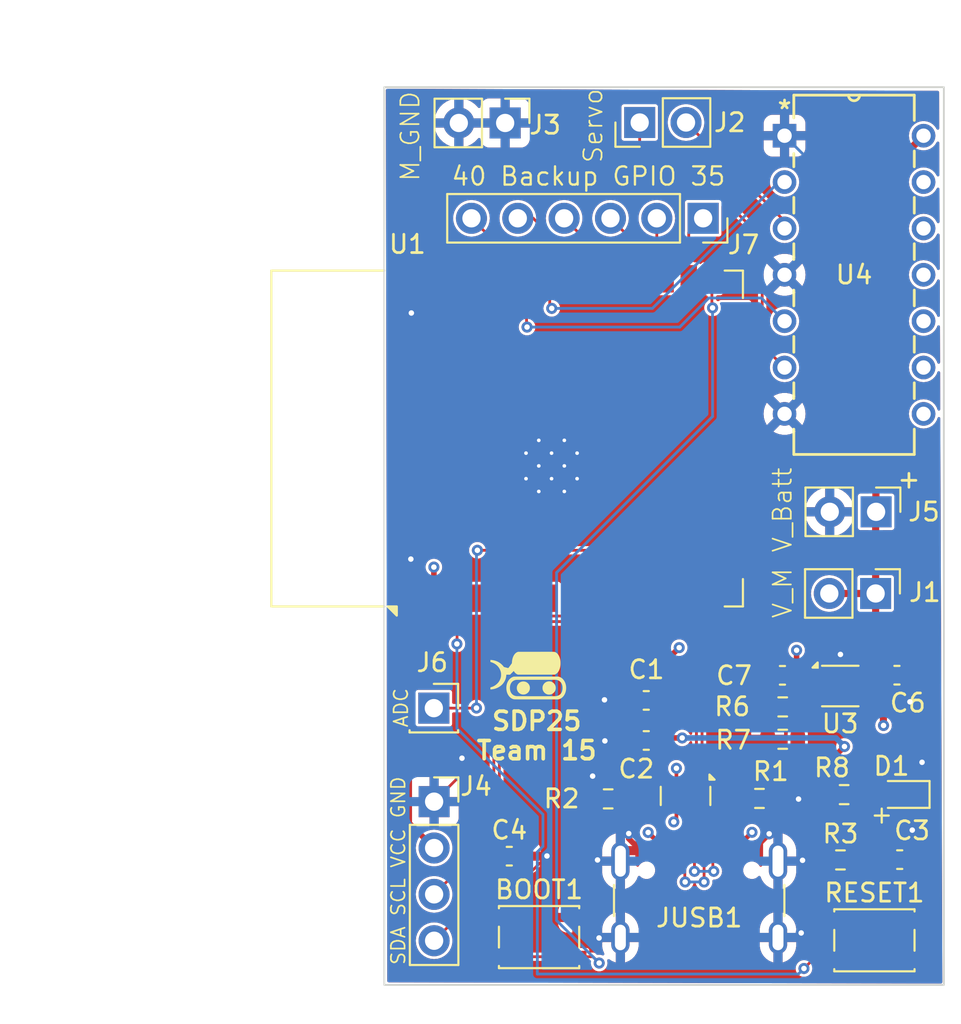
<source format=kicad_pcb>
(kicad_pcb (version 20240108) (generator "pcbnew") (generator_version "8.0")
  (layers (0 "F.Cu" signal "L1.Cu") (1 "In1.Cu" signal "L2.Cu") (2 "In2.Cu" signal "L3.Cu") (31 "B.Cu" signal "L4.Cu") (34 "B.Paste" user) (35 "F.Paste" user) (36 "B.SilkS" user "B.Silkscreen") (37 "F.SilkS" user "F.Silkscreen") (38 "B.Mask" user) (39 "F.Mask" user) (44 "Edge.Cuts" user))
  (net 0 "")
  (net 1 "GND")
  (net 2 "/3.3V")
  (net 3 "/ESP32_EN")
  (net 4 "/5VBattery")
  (net 5 "Net-(D1-A)")
  (net 7 "/USB_P")
  (net 8 "Net-(JUSB1-CC2)")
  (net 9 "/USB_N")
  (net 11 "Net-(JUSB1-CC1)")
  (net 12 "Net-(U3-FB)")
  (net 13 "/GPIO36")
  (net 14 "/GPIO35")
  (net 15 "/GPIO18")
  (net 16 "/GPIO17")
  (net 17 "/GPIO40")
  (net 23 "/GPIO41")
  (net 25 "/ADC1_CH7")
  (net 29 "/GPIO42")
  (net 31 "/GPIO37")
  (net 33 "/GPIO38")
  (net 35 "/GPIO39")
  (net 49 "/GPIO0")
  (net 50 "/Servo2")
  (net 51 "/Servo1")
  (footprint "Capacitor_SMD:C_0603_1608Metric" (layer "F.Cu") (at 97.64757 122.687754)
    (property "Reference" "C4" (at 0 -1.43 0) (layer "F.SilkS"))
    (property "Value" "0.1uF")
    (pad "1" smd roundrect (at -0.775 0) (size 0.9 0.95) (layers "F.Cu" "F.Paste" "F.Mask") (net 49 "/GPIO0"))
    (pad "2" smd roundrect (at 0.775 0) (size 0.9 0.95) (layers "F.Cu" "F.Paste" "F.Mask") (net 1 "GND"))
  )
  (footprint "Connector_PinSocket_2.54mm:PinSocket_1x06_P2.54mm_Vertical" (layer "F.Cu") (at 108.274642 87.740508 -90)
    (property "Reference" "J7" (at 1.449636 -2.216044 180) (layer "F.SilkS"))
    (property "Value" "Conn_01x06_Socket")
    (pad "1" thru_hole rect (at 0 0 270) (size 1.7 1.7) (drill 1) (layers "*.Cu" "*.Mask") (net 14 "/GPIO35"))
    (pad "2" thru_hole oval (at 0 2.54 270) (size 1.7 1.7) (drill 1) (layers "*.Cu" "*.Mask") (net 13 "/GPIO36"))
    (pad "3" thru_hole oval (at 0 5.08 270) (size 1.7 1.7) (drill 1) (layers "*.Cu" "*.Mask") (net 31 "/GPIO37"))
    (pad "4" thru_hole oval (at 0 7.62 270) (size 1.7 1.7) (drill 1) (layers "*.Cu" "*.Mask") (net 33 "/GPIO38"))
    (pad "5" thru_hole oval (at 0 10.16 270) (size 1.7 1.7) (drill 1) (layers "*.Cu" "*.Mask") (net 35 "/GPIO39"))
    (pad "6" thru_hole oval (at 0 12.7 270) (size 1.7 1.7) (drill 1) (layers "*.Cu" "*.Mask") (net 17 "/GPIO40"))
  )
  (footprint "Resistor_SMD:R_0603_1608Metric" (layer "F.Cu") (at 116.003067 119.31512)
    (property "Reference" "R8" (at -0.666579 -1.472328 0) (layer "F.SilkS"))
    (property "Value" "5.1k")
    (pad "1" smd roundrect (at -0.825 0) (size 0.8 0.95) (layers "F.Cu" "F.Paste" "F.Mask") (net 2 "/3.3V"))
    (pad "2" smd roundrect (at 0.825 0) (size 0.8 0.95) (layers "F.Cu" "F.Paste" "F.Mask") (net 5 "Net-(D1-A)"))
  )
  (footprint "Capacitor_SMD:C_0603_1608Metric" (layer "F.Cu") (at 119.049863 122.875831 180)
    (property "Reference" "C3" (at -0.678187 1.588098 0) (layer "F.SilkS"))
    (property "Value" "0.1uF")
    (pad "1" smd roundrect (at -0.775 0 180) (size 0.9 0.95) (layers "F.Cu" "F.Paste" "F.Mask") (net 3 "/ESP32_EN"))
    (pad "2" smd roundrect (at 0.775 0 180) (size 0.9 0.95) (layers "F.Cu" "F.Paste" "F.Mask") (net 1 "GND"))
  )
  (footprint "Button_Switch_SMD:SW_SPST_PTS810" (layer "F.Cu") (at 99.280108 127.120299)
    (property "Reference" "BOOT1" (at 0 -2.6 0) (layer "F.SilkS"))
    (property "Value" "~")
    (pad "1" smd rect (at -2.075 -1.075) (size 1.05 0.65) (layers "F.Cu" "F.Paste" "F.Mask") (net 1 "GND"))
    (pad "2" smd rect (at 2.075 -1.075) (size 1.05 0.65) (layers "F.Cu" "F.Paste" "F.Mask") (net 1 "GND"))
    (pad "3" smd rect (at -2.075 1.075) (size 1.05 0.65) (layers "F.Cu" "F.Paste" "F.Mask") (net 49 "/GPIO0"))
    (pad "4" smd rect (at 2.075 1.075) (size 1.05 0.65) (layers "F.Cu" "F.Paste" "F.Mask") (net 49 "/GPIO0"))
  )
  (footprint "Capacitor_SMD:C_0603_1608Metric" (layer "F.Cu") (at 112.621595 112.778494 180)
    (property "Reference" "C7" (at 2.653643 -0.014422 0) (layer "F.SilkS"))
    (property "Value" "10uF")
    (pad "1" smd roundrect (at -0.775 0 180) (size 0.9 0.95) (layers "F.Cu" "F.Paste" "F.Mask") (net 2 "/3.3V"))
    (pad "2" smd roundrect (at 0.775 0 180) (size 0.9 0.95) (layers "F.Cu" "F.Paste" "F.Mask") (net 1 "GND"))
  )
  (footprint "Resistor_SMD:R_0603_1608Metric" (layer "F.Cu") (at 115.801867 122.892487)
    (property "Reference" "R3" (at 0 -1.43 0) (layer "F.SilkS"))
    (property "Value" "10k")
    (pad "1" smd roundrect (at -0.825 0) (size 0.8 0.95) (layers "F.Cu" "F.Paste" "F.Mask") (net 3 "/ESP32_EN"))
    (pad "2" smd roundrect (at 0.825 0) (size 0.8 0.95) (layers "F.Cu" "F.Paste" "F.Mask") (net 2 "/3.3V"))
  )
  (footprint "Connector_PinHeader_2.54mm:PinHeader_1x02_P2.54mm_Vertical" (layer "F.Cu") (at 117.730364 108.295169 -90)
    (property "Reference" "J1" (at -0.059817 -2.697995 0) (layer "F.SilkS"))
    (property "Value" "Conn_01x02_Pin")
    (pad "1" thru_hole rect (at 0 0 270) (size 1.7 1.7) (drill 1) (layers "*.Cu" "*.Mask") (net 4 "/5VBattery"))
    (pad "2" thru_hole oval (at 0 2.54 270) (size 1.7 1.7) (drill 1) (layers "*.Cu" "*.Mask") (net 4 "/5VBattery"))
  )
  (footprint "Capacitor_SMD:C_0603_1608Metric" (layer "F.Cu") (at 118.898341 112.771641)
    (property "Reference" "C6" (at 0.597134 1.520877 180) (layer "F.SilkS"))
    (property "Value" "10uF")
    (pad "1" smd roundrect (at -0.775 0) (size 0.9 0.95) (layers "F.Cu" "F.Paste" "F.Mask") (net 4 "/5VBattery"))
    (pad "2" smd roundrect (at 0.775 0) (size 0.9 0.95) (layers "F.Cu" "F.Paste" "F.Mask") (net 1 "GND"))
  )
  (footprint "Connector_PinHeader_2.54mm:PinHeader_1x02_P2.54mm_Vertical" (layer "F.Cu") (at 97.421075 82.518062 -90)
    (property "Reference" "J3" (at 0.108622 -2.191959 180) (layer "F.SilkS"))
    (property "Value" "Conn_01x02_Pin")
    (pad "1" thru_hole rect (at 0 0 270) (size 1.7 1.7) (drill 1) (layers "*.Cu" "*.Mask") (net 1 "GND"))
    (pad "2" thru_hole oval (at 0 2.54 270) (size 1.7 1.7) (drill 1) (layers "*.Cu" "*.Mask") (net 1 "GND"))
  )
  (footprint "Logo:logo" (layer "F.Cu") (at 98.689604 112.794484)
    (property "Reference" "G***" (hide yes))
    (property "Value" "LOGO" (hide yes))
  )
  (footprint "Capacitor_SMD:C_0603_1608Metric" (layer "F.Cu") (at 105.155934 116.348395 180)
    (property "Reference" "C2" (at 0.545456 -1.556863 0) (layer "F.SilkS"))
    (property "Value" "10uF")
    (pad "1" smd roundrect (at -0.775 0 180) (size 0.9 0.95) (layers "F.Cu" "F.Paste" "F.Mask") (net 2 "/3.3V"))
    (pad "2" smd roundrect (at 0.775 0 180) (size 0.9 0.95) (layers "F.Cu" "F.Paste" "F.Mask") (net 1 "GND"))
  )
  (footprint "Button_Switch_SMD:SW_SPST_PTS810" (layer "F.Cu") (at 117.662843 127.296119)
    (property "Reference" "RESET1" (at 0 -2.6 0) (layer "F.SilkS"))
    (property "Value" "~")
    (pad "1" smd rect (at -2.075 -1.075) (size 1.05 0.65) (layers "F.Cu" "F.Paste" "F.Mask") (net 1 "GND"))
    (pad "2" smd rect (at 2.075 -1.075) (size 1.05 0.65) (layers "F.Cu" "F.Paste" "F.Mask") (net 1 "GND"))
    (pad "3" smd rect (at -2.075 1.075) (size 1.05 0.65) (layers "F.Cu" "F.Paste" "F.Mask") (net 3 "/ESP32_EN"))
    (pad "4" smd rect (at 2.075 1.075) (size 1.05 0.65) (layers "F.Cu" "F.Paste" "F.Mask") (net 3 "/ESP32_EN"))
  )
  (footprint "Resistor_SMD:R_0603_1608Metric" (layer "F.Cu") (at 111.361745 119.52357)
    (property "Reference" "R1" (at 0.619901 -1.477943 0) (layer "F.SilkS"))
    (property "Value" "5.1k")
    (pad "1" smd roundrect (at -0.825 0) (size 0.8 0.95) (layers "F.Cu" "F.Paste" "F.Mask") (net 8 "Net-(JUSB1-CC2)"))
    (pad "2" smd roundrect (at 0.825 0) (size 0.8 0.95) (layers "F.Cu" "F.Paste" "F.Mask") (net 1 "GND"))
  )
  (footprint "Package_SON:WSON-6-1EP_2x2mm_P0.65mm_EP1x1.6mm" (layer "F.Cu") (at 115.792019 113.36561)
    (property "Reference" "U3" (at -0.007926 2.06453 0) (layer "F.SilkS"))
    (property "Value" "TLV75801PDRV")
    (pad "1" smd roundrect (at -0.8875 -0.65) (size 0.375 0.4) (layers "F.Cu" "F.Paste" "F.Mask") (net 2 "/3.3V"))
    (pad "2" smd roundrect (at -0.8875 0) (size 0.375 0.4) (layers "F.Cu" "F.Paste" "F.Mask") (net 12 "Net-(U3-FB)"))
    (pad "3" smd roundrect (at -0.8875 0.65) (size 0.375 0.4) (layers "F.Cu" "F.Paste" "F.Mask") (net 1 "GND"))
    (pad "4" smd roundrect (at 0.8875 0.65) (size 0.375 0.4) (layers "F.Cu" "F.Paste" "F.Mask") (net 4 "/5VBattery"))
    (pad "5" smd roundrect (at 0.8875 0) (size 0.375 0.4) (layers "F.Cu" "F.Paste" "F.Mask"))
    (pad "6" smd roundrect (at 0.8875 -0.65) (size 0.375 0.4) (layers "F.Cu" "F.Paste" "F.Mask") (net 4 "/5VBattery"))
    (pad "7" smd rect (at 0 0) (size 1 1.6) (property pad_prop_heatsink) (layers "F.Cu" "F.Mask") (net 1 "GND"))
  )
  (footprint "Connector_PinHeader_2.54mm:PinHeader_1x02_P2.54mm_Vertical" (layer "F.Cu") (at 104.796021 82.492378 90)
    (property "Reference" "J2" (at 0 4.936077 360) (layer "F.SilkS"))
    (property "Value" "Conn_01x02_Pin")
    (pad "1" thru_hole rect (at 0 0 90) (size 1.7 1.7) (drill 1) (layers "*.Cu" "*.Mask") (net 50 "/Servo2"))
    (pad "2" thru_hole oval (at 0 2.54 90) (size 1.7 1.7) (drill 1) (layers "*.Cu" "*.Mask") (net 51 "/Servo1"))
  )
  (footprint "Resistor_SMD:R_0603_1608Metric" (layer "F.Cu") (at 112.636017 114.509131 180)
    (property "Reference" "R6" (at 2.769018 0.014422 0) (layer "F.SilkS"))
    (property "Value" "1M")
    (pad "1" smd roundrect (at -0.825 0 180) (size 0.8 0.95) (layers "F.Cu" "F.Paste" "F.Mask") (net 12 "Net-(U3-FB)"))
    (pad "2" smd roundrect (at 0.825 0 180) (size 0.8 0.95) (layers "F.Cu" "F.Paste" "F.Mask") (net 2 "/3.3V"))
  )
  (footprint "Connector_PinSocket_2.54mm:PinSocket_1x04_P2.54mm_Vertical" (layer "F.Cu") (at 93.52681 119.699823)
    (property "Reference" "J4" (at 2.299557 -0.839422 0) (layer "F.SilkS"))
    (property "Value" "Conn_01x04_Socket")
    (pad "1" thru_hole rect (at 0 0) (size 1.7 1.7) (drill 1) (layers "*.Cu" "*.Mask") (net 1 "GND"))
    (pad "2" thru_hole oval (at 0 2.54) (size 1.7 1.7) (drill 1) (layers "*.Cu" "*.Mask") (net 2 "/3.3V"))
    (pad "3" thru_hole oval (at 0 5.08) (size 1.7 1.7) (drill 1) (layers "*.Cu" "*.Mask") (net 16 "/GPIO17"))
    (pad "4" thru_hole oval (at 0 7.62) (size 1.7 1.7) (drill 1) (layers "*.Cu" "*.Mask") (net 15 "/GPIO18"))
  )
  (footprint "Connector_PinHeader_2.54mm:PinHeader_1x02_P2.54mm_Vertical" (layer "F.Cu") (at 117.755519 103.821637 -90)
    (property "Reference" "J5" (at 0.002199 -2.624723 180) (layer "F.SilkS"))
    (property "Value" "Conn_01x02_Pin")
    (pad "1" thru_hole rect (at 0 0 270) (size 1.7 1.7) (drill 1) (layers "*.Cu" "*.Mask") (net 4 "/5VBattery"))
    (pad "2" thru_hole oval (at 0 2.54 270) (size 1.7 1.7) (drill 1) (layers "*.Cu" "*.Mask") (net 1 "GND"))
  )
  (footprint "footprints:N14" (layer "F.Cu") (at 120.356995 98.455703)
    (property "Reference" "U4" (at -3.81 -7.62 0) (layer "F.SilkS"))
    (property "Value" "SN74AHCT125N")
    (fp_text user "*" (at -7.62 -16.6497 360) (layer "F.SilkS"))
    (pad "1" thru_hole rect (at -7.62 -15.24) (size 1.2954 1.2954) (drill 0.7874) (layers "*.Cu" "*.Mask") (net 1 "GND"))
    (pad "2" thru_hole circle (at -7.62 -12.7) (size 1.2954 1.2954) (drill 0.7874) (layers "*.Cu" "*.Mask") (net 23 "/GPIO41"))
    (pad "3" thru_hole circle (at -7.62 -10.16) (size 1.2954 1.2954) (drill 0.7874) (layers "*.Cu" "*.Mask") (net 51 "/Servo1"))
    (pad "4" thru_hole circle (at -7.62 -7.62) (size 1.2954 1.2954) (drill 0.7874) (layers "*.Cu" "*.Mask") (net 1 "GND"))
    (pad "5" thru_hole circle (at -7.62 -5.08) (size 1.2954 1.2954) (drill 0.7874) (layers "*.Cu" "*.Mask") (net 29 "/GPIO42"))
    (pad "6" thru_hole circle (at -7.62 -2.54) (size 1.2954 1.2954) (drill 0.7874) (layers "*.Cu" "*.Mask") (net 50 "/Servo2"))
    (pad "7" thru_hole circle (at -7.62 0) (size 1.2954 1.2954) (drill 0.7874) (layers "*.Cu" "*.Mask") (net 1 "GND"))
    (pad "8" thru_hole circle (at 0 0) (size 1.2954 1.2954) (drill 0.7874) (layers "*.Cu" "*.Mask"))
    (pad "9" thru_hole circle (at 0 -2.54) (size 1.2954 1.2954) (drill 0.7874) (layers "*.Cu" "*.Mask"))
    (pad "10" thru_hole circle (at 0 -5.08) (size 1.2954 1.2954) (drill 0.7874) (layers "*.Cu" "*.Mask"))
    (pad "11" thru_hole circle (at 0 -7.62) (size 1.2954 1.2954) (drill 0.7874) (layers "*.Cu" "*.Mask"))
    (pad "12" thru_hole circle (at 0 -10.16) (size 1.2954 1.2954) (drill 0.7874) (layers "*.Cu" "*.Mask"))
    (pad "13" thru_hole circle (at 0 -12.7) (size 1.2954 1.2954) (drill 0.7874) (layers "*.Cu" "*.Mask"))
    (pad "14" thru_hole circle (at 0 -15.24) (size 1.2954 1.2954) (drill 0.7874) (layers "*.Cu" "*.Mask") (net 4 "/5VBattery"))
  )
  (footprint "Resistor_SMD:R_0603_1608Metric" (layer "F.Cu") (at 103.068292 119.547609 180)
    (property "Reference" "R2" (at 2.553983 0.008381 0) (layer "F.SilkS"))
    (property "Value" "5.1k")
    (pad "1" smd roundrect (at -0.825 0 180) (size 0.8 0.95) (layers "F.Cu" "F.Paste" "F.Mask") (net 11 "Net-(JUSB1-CC1)"))
    (pad "2" smd roundrect (at 0.825 0 180) (size 0.8 0.95) (layers "F.Cu" "F.Paste" "F.Mask") (net 1 "GND"))
  )
  (footprint "Connector_USB:USB_C_Receptacle_GCT_USB4105-xx-A_16P_TopMnt_Horizontal" (layer "F.Cu") (at 108.057722 126.065176)
    (property "Reference" "JUSB1" (at 0 0 0) (layer "F.SilkS"))
    (property "Value" "USB_C_Receptacle_USB2.0")
    (pad "" np_thru_hole circle (at -2.89 -2.605) (size 0.65 0.65) (drill 0.65) (layers "F&B.Cu" "*.Mask"))
    (pad "" np_thru_hole circle (at 2.89 -2.605) (size 0.65 0.65) (drill 0.65) (layers "F&B.Cu" "*.Mask"))
    (pad "A1" smd roundrect (at -3.2 -3.68) (size 0.6 1.15) (layers "F.Cu" "F.Paste" "F.Mask") (net 1 "GND"))
    (pad "A4" smd roundrect (at -2.4 -3.68) (size 0.6 1.15) (layers "F.Cu" "F.Paste" "F.Mask") (net 4 "/5VBattery"))
    (pad "A5" smd roundrect (at -1.25 -3.68) (size 0.3 1.15) (layers "F.Cu" "F.Paste" "F.Mask") (net 11 "Net-(JUSB1-CC1)"))
    (pad "A6" smd roundrect (at -0.25 -3.68) (size 0.3 1.15) (layers "F.Cu" "F.Paste" "F.Mask") (net 7 "/USB_P"))
    (pad "A7" smd roundrect (at 0.25 -3.68) (size 0.3 1.15) (layers "F.Cu" "F.Paste" "F.Mask") (net 9 "/USB_N"))
    (pad "A8" smd roundrect (at 1.25 -3.68) (size 0.3 1.15) (layers "F.Cu" "F.Paste" "F.Mask"))
    (pad "A9" smd roundrect (at 2.4 -3.68) (size 0.6 1.15) (layers "F.Cu" "F.Paste" "F.Mask") (net 4 "/5VBattery"))
    (pad "A12" smd roundrect (at 3.2 -3.68) (size 0.6 1.15) (layers "F.Cu" "F.Paste" "F.Mask") (net 1 "GND"))
    (pad "B1" smd roundrect (at 3.2 -3.68) (size 0.6 1.15) (layers "F.Cu" "F.Paste" "F.Mask") (net 1 "GND"))
    (pad "B4" smd roundrect (at 2.4 -3.68) (size 0.6 1.15) (layers "F.Cu" "F.Paste" "F.Mask") (net 4 "/5VBattery"))
    (pad "B5" smd roundrect (at 1.75 -3.68) (size 0.3 1.15) (layers "F.Cu" "F.Paste" "F.Mask") (net 8 "Net-(JUSB1-CC2)"))
    (pad "B6" smd roundrect (at 0.75 -3.68) (size 0.3 1.15) (layers "F.Cu" "F.Paste" "F.Mask") (net 7 "/USB_P"))
    (pad "B7" smd roundrect (at -0.75 -3.68) (size 0.3 1.15) (layers "F.Cu" "F.Paste" "F.Mask") (net 9 "/USB_N"))
    (pad "B8" smd roundrect (at -1.75 -3.68) (size 0.3 1.15) (layers "F.Cu" "F.Paste" "F.Mask"))
    (pad "B9" smd roundrect (at -2.4 -3.68) (size 0.6 1.15) (layers "F.Cu" "F.Paste" "F.Mask") (net 4 "/5VBattery"))
    (pad "B12" smd roundrect (at -3.2 -3.68) (size 0.6 1.15) (layers "F.Cu" "F.Paste" "F.Mask") (net 1 "GND"))
    (pad "S1" thru_hole oval (at -4.32 -3.105) (size 1 2.1) (drill oval 0.6 1.7) (property pad_prop_heatsink) (layers "*.Cu" "*.Mask" "F.Paste") (net 1 "GND"))
    (pad "S1" thru_hole oval (at -4.32 1.075) (size 1 1.8) (drill oval 0.6 1.4) (property pad_prop_heatsink) (layers "*.Cu" "*.Mask" "F.Paste") (net 1 "GND"))
    (pad "S1" thru_hole oval (at 4.32 -3.105) (size 1 2.1) (drill oval 0.6 1.7) (property pad_prop_heatsink) (layers "*.Cu" "*.Mask" "F.Paste") (net 1 "GND"))
    (pad "S1" thru_hole oval (at 4.32 1.075) (size 1 1.8) (drill oval 0.6 1.4) (property pad_prop_heatsink) (layers "*.Cu" "*.Mask" "F.Paste") (net 1 "GND"))
  )
  (footprint "LED_SMD:LED_0603_1608Metric" (layer "F.Cu") (at 119.201382 119.305545 180)
    (property "Reference" "D1" (at 0.603275 1.551279 0) (layer "F.SilkS"))
    (property "Value" "LED")
    (pad "1" smd roundrect (at -0.7875 0 180) (size 0.875 0.95) (layers "F.Cu" "F.Paste" "F.Mask") (net 1 "GND"))
    (pad "2" smd roundrect (at 0.7875 0 180) (size 0.875 0.95) (layers "F.Cu" "F.Paste" "F.Mask") (net 5 "Net-(D1-A)"))
  )
  (footprint "Resistor_SMD:R_0603_1608Metric" (layer "F.Cu") (at 112.636017 116.283034)
    (property "Reference" "R7" (at -2.711331 0.043266 0) (layer "F.SilkS"))
    (property "Value" "200k")
    (pad "1" smd roundrect (at -0.825 0) (size 0.8 0.95) (layers "F.Cu" "F.Paste" "F.Mask") (net 1 "GND"))
    (pad "2" smd roundrect (at 0.825 0) (size 0.8 0.95) (layers "F.Cu" "F.Paste" "F.Mask") (net 12 "Net-(U3-FB)"))
  )
  (footprint "Connector_PinSocket_2.54mm:PinSocket_1x01_P2.54mm_Vertical" (layer "F.Cu") (at 93.511714 114.576999)
    (property "Reference" "J6" (at -0.085009 -2.499058 0) (layer "F.SilkS"))
    (property "Value" "Conn_01x01_Socket")
    (pad "1" thru_hole rect (at 0 0) (size 1.7 1.7) (drill 1) (layers "*.Cu" "*.Mask") (net 25 "/ADC1_CH7"))
  )
  (footprint "Package_DFN_QFN:Diodes_UDFN-10_1.0x2.5mm_P0.5mm" (layer "F.Cu") (at 107.31001 119.386052 -90)
    (property "Reference" "U2" (hide yes))
    (property "Value" "ESD7104MUTAG")
    (pad "1" smd rect (at -0.3875 -1 180) (size 0.25 0.625) (layers "F.Cu" "F.Paste" "F.Mask") (net 7 "/USB_P"))
    (pad "2" smd rect (at -0.3875 -0.5 180) (size 0.25 0.625) (layers "F.Cu" "F.Paste" "F.Mask") (net 9 "/USB_N"))
    (pad "3" smd rect (at -0.35 0 180) (size 0.45 0.7) (layers "F.Cu" "F.Paste" "F.Mask") (net 1 "GND"))
    (pad "4" smd rect (at -0.3875 0.5 180) (size 0.25 0.625) (layers "F.Cu" "F.Paste" "F.Mask") (net 4 "/5VBattery"))
    (pad "5" smd rect (at -0.3875 1 180) (size 0.25 0.625) (layers "F.Cu" "F.Paste" "F.Mask"))
    (pad "6" smd rect (at 0.3875 1 180) (size 0.25 0.625) (layers "F.Cu" "F.Paste" "F.Mask"))
    (pad "7" smd rect (at 0.3875 0.5 180) (size 0.25 0.625) (layers "F.Cu" "F.Paste" "F.Mask") (net 4 "/5VBattery"))
    (pad "8" smd rect (at 0.4125 0 180) (size 0.45 0.575) (layers "F.Cu" "F.Paste" "F.Mask") (net 1 "GND"))
    (pad "9" smd rect (at 0.3875 -0.5 180) (size 0.25 0.625) (layers "F.Cu" "F.Paste" "F.Mask") (net 9 "/USB_N"))
    (pad "10" smd rect (at 0.3875 -1 180) (size 0.25 0.625) (layers "F.Cu" "F.Paste" "F.Mask") (net 7 "/USB_P"))
  )
  (footprint "Capacitor_SMD:C_0603_1608Metric" (layer "F.Cu") (at 105.155282 114.153563 180)
    (property "Reference" "C1" (at -0.010928 1.690082 0) (layer "F.SilkS"))
    (property "Value" "0.1uF")
    (pad "1" smd roundrect (at -0.775 0 180) (size 0.9 0.95) (layers "F.Cu" "F.Paste" "F.Mask") (net 2 "/3.3V"))
    (pad "2" smd roundrect (at 0.775 0 180) (size 0.9 0.95) (layers "F.Cu" "F.Paste" "F.Mask") (net 1 "GND"))
  )
  (footprint "RF_Module:ESP32-S3-WROOM-1" (layer "F.Cu") (at 97.504916 99.805837 90)
    (property "Reference" "U1" (at 10.643768 -5.444603 0) (layer "F.SilkS"))
    (property "Value" "ESP32-S3-WROOM-1")
    (pad "1" smd rect (at -8.75 -5.26 90) (size 1.5 0.9) (layers "F.Cu" "F.Paste" "F.Mask") (net 1 "GND"))
    (pad "2" smd rect (at -8.75 -3.99 90) (size 1.5 0.9) (layers "F.Cu" "F.Paste" "F.Mask") (net 2 "/3.3V"))
    (pad "3" smd rect (at -8.75 -2.72 90) (size 1.5 0.9) (layers "F.Cu" "F.Paste" "F.Mask") (net 3 "/ESP32_EN"))
    (pad "4" smd rect (at -8.75 -1.45 90) (size 1.5 0.9) (layers "F.Cu" "F.Paste" "F.Mask"))
    (pad "5" smd rect (at -8.75 -0.18 90) (size 1.5 0.9) (layers "F.Cu" "F.Paste" "F.Mask"))
    (pad "6" smd rect (at -8.75 1.09 90) (size 1.5 0.9) (layers "F.Cu" "F.Paste" "F.Mask"))
    (pad "7" smd rect (at -8.75 2.36 90) (size 1.5 0.9) (layers "F.Cu" "F.Paste" "F.Mask"))
    (pad "8" smd rect (at -8.75 3.63 90) (size 1.5 0.9) (layers "F.Cu" "F.Paste" "F.Mask"))
    (pad "9" smd rect (at -8.75 4.9 90) (size 1.5 0.9) (layers "F.Cu" "F.Paste" "F.Mask"))
    (pad "10" smd rect (at -8.75 6.17 90) (size 1.5 0.9) (layers "F.Cu" "F.Paste" "F.Mask") (net 16 "/GPIO17"))
    (pad "11" smd rect (at -8.75 7.44 90) (size 1.5 0.9) (layers "F.Cu" "F.Paste" "F.Mask") (net 15 "/GPIO18"))
    (pad "12" smd rect (at -8.75 8.71 90) (size 1.5 0.9) (layers "F.Cu" "F.Paste" "F.Mask"))
    (pad "13" smd rect (at -8.75 9.98 90) (size 1.5 0.9) (layers "F.Cu" "F.Paste" "F.Mask") (net 9 "/USB_N"))
    (pad "14" smd rect (at -8.75 11.25 270) (size 1.5 0.9) (layers "F.Cu" "F.Paste" "F.Mask") (net 7 "/USB_P"))
    (pad "15" smd rect (at -6.985 12.5) (size 1.5 0.9) (layers "F.Cu" "F.Paste" "F.Mask"))
    (pad "16" smd rect (at -5.715 12.5) (size 1.5 0.9) (layers "F.Cu" "F.Paste" "F.Mask"))
    (pad "17" smd rect (at -4.445 12.5) (size 1.5 0.9) (layers "F.Cu" "F.Paste" "F.Mask"))
    (pad "18" smd rect (at -3.175 12.5) (size 1.5 0.9) (layers "F.Cu" "F.Paste" "F.Mask"))
    (pad "19" smd rect (at -1.905 12.5) (size 1.5 0.9) (layers "F.Cu" "F.Paste" "F.Mask"))
    (pad "20" smd rect (at -0.635 12.5) (size 1.5 0.9) (layers "F.Cu" "F.Paste" "F.Mask") (net 25 "/ADC1_CH7"))
    (pad "21" smd rect (at 0.635 12.5) (size 1.5 0.9) (layers "F.Cu" "F.Paste" "F.Mask"))
    (pad "22" smd rect (at 1.905 12.5) (size 1.5 0.9) (layers "F.Cu" "F.Paste" "F.Mask"))
    (pad "23" smd rect (at 3.175 12.5) (size 1.5 0.9) (layers "F.Cu" "F.Paste" "F.Mask"))
    (pad "24" smd rect (at 4.445 12.5) (size 1.5 0.9) (layers "F.Cu" "F.Paste" "F.Mask"))
    (pad "25" smd rect (at 5.715 12.5) (size 1.5 0.9) (layers "F.Cu" "F.Paste" "F.Mask"))
    (pad "26" smd rect (at 6.985 12.5) (size 1.5 0.9) (layers "F.Cu" "F.Paste" "F.Mask"))
    (pad "27" smd rect (at 8.75 11.25 90) (size 1.5 0.9) (layers "F.Cu" "F.Paste" "F.Mask") (net 49 "/GPIO0"))
    (pad "28" smd rect (at 8.75 9.98 90) (size 1.5 0.9) (layers "F.Cu" "F.Paste" "F.Mask") (net 14 "/GPIO35"))
    (pad "29" smd rect (at 8.75 8.71 90) (size 1.5 0.9) (layers "F.Cu" "F.Paste" "F.Mask") (net 13 "/GPIO36"))
    (pad "30" smd rect (at 8.75 7.44 90) (size 1.5 0.9) (layers "F.Cu" "F.Paste" "F.Mask") (net 31 "/GPIO37"))
    (pad "31" smd rect (at 8.75 6.17 90) (size 1.5 0.9) (layers "F.Cu" "F.Paste" "F.Mask") (net 33 "/GPIO38"))
    (pad "32" smd rect (at 8.75 4.9 90) (size 1.5 0.9) (layers "F.Cu" "F.Paste" "F.Mask") (net 35 "/GPIO39"))
    (pad "33" smd rect (at 8.75 3.63 90) (size 1.5 0.9) (layers "F.Cu" "F.Paste" "F.Mask") (net 17 "/GPIO40"))
    (pad "34" smd rect (at 8.75 2.36 90) (size 1.5 0.9) (layers "F.Cu" "F.Paste" "F.Mask") (net 23 "/GPIO41"))
    (pad "35" smd rect (at 8.75 1.09 90) (size 1.5 0.9) (layers "F.Cu" "F.Paste" "F.Mask") (net 29 "/GPIO42"))
    (pad "36" smd rect (at 8.75 -0.18 90) (size 1.5 0.9) (layers "F.Cu" "F.Paste" "F.Mask"))
    (pad "37" smd rect (at 8.75 -1.45 90) (size 1.5 0.9) (layers "F.Cu" "F.Paste" "F.Mask"))
    (pad "38" smd rect (at 8.75 -2.72 90) (size 1.5 0.9) (layers "F.Cu" "F.Paste" "F.Mask"))
    (pad "39" smd rect (at 8.75 -3.99 90) (size 1.5 0.9) (layers "F.Cu" "F.Paste" "F.Mask"))
    (pad "40" smd rect (at 8.75 -5.26 90) (size 1.5 0.9) (layers "F.Cu" "F.Paste" "F.Mask") (net 1 "GND"))
    (pad "41" thru_hole circle (at -2.9 1.76 180) (size 0.6 0.6) (drill 0.2) (property pad_prop_heatsink) (layers "*.Cu" "F.Mask") (net 1 "GND"))
    (pad "41" thru_hole circle (at -2.9 3.16 90) (size 0.6 0.6) (drill 0.2) (property pad_prop_heatsink) (layers "*.Cu" "F.Mask") (net 1 "GND"))
    (pad "41" thru_hole circle (at -2.2 1.06 90) (size 0.6 0.6) (drill 0.2) (property pad_prop_heatsink) (layers "*.Cu" "F.Mask") (net 1 "GND"))
    (pad "41" thru_hole circle (at -2.2 2.46 90) (size 0.6 0.6) (drill 0.2) (property pad_prop_heatsink) (layers "*.Cu" "F.Mask") (net 1 "GND"))
    (pad "41" thru_hole circle (at -2.2 3.86 90) (size 0.6 0.6) (drill 0.2) (property pad_prop_heatsink) (layers "*.Cu" "F.Mask") (net 1 "GND"))
    (pad "41" thru_hole circle (at -1.5 1.76 90) (size 0.6 0.6) (drill 0.2) (property pad_prop_heatsink) (layers "*.Cu" "F.Mask") (net 1 "GND"))
    (pad "41" smd rect (at -1.5 2.46) (size 3.9 3.9) (property pad_prop_heatsink) (layers "F.Cu" "F.Mask") (net 1 "GND"))
    (pad "41" thru_hole circle (at -1.5 3.16 90) (size 0.6 0.6) (drill 0.2) (property pad_prop_heatsink) (layers "*.Cu" "F.Mask") (net 1 "GND"))
    (pad "41" thru_hole circle (at -0.8 1.06 90) (size 0.6 0.6) (drill 0.2) (property pad_prop_heatsink) (layers "*.Cu" "F.Mask") (net 1 "GND"))
    (pad "41" thru_hole circle (at -0.8 2.46 90) (size 0.6 0.6) (drill 0.2) (property pad_prop_heatsink) (layers "*.Cu" "F.Mask") (net 1 "GND"))
    (pad "41" thru_hole circle (at -0.8 3.86 90) (size 0.6 0.6) (drill 0.2) (property pad_prop_heatsink) (layers "*.Cu" "F.Mask") (net 1 "GND"))
    (pad "41" thru_hole circle (at -0.1 1.76 90) (size 0.6 0.6) (drill 0.2) (property pad_prop_heatsink) (layers "*.Cu" "F.Mask") (net 1 "GND"))
    (pad "41" thru_hole circle (at -0.1 3.16 90) (size 0.6 0.6) (drill 0.2) (property pad_prop_heatsink) (layers "*.Cu" "F.Mask") (net 1 "GND"))
    (zone (net 0) (net_name "") (layers "F.Cu" "In1.Cu" "In2.Cu" "B.Cu") (connect_pads (clearance 0)) (min_thickness 0.254)
      (keepout (tracks not_allowed) (vias not_allowed) (pads not_allowed) (copperpour not_allowed) (footprints not_allowed))
      (fill (thermal_gap 0.508) (thermal_bridge_width 0.508))
      (polygon (pts (xy 90.754916 123.805837) (xy 90.754916 75.805837) (xy 69.754916 75.805837) (xy 69.754916 123.805837)))
    )
  )
  (gr_rect (start 90.796414 80.554845) (end 121.471022 129.740305) (stroke (width 0.1)) (fill none) (layer "Edge.Cuts"))
  (gr_text "+" (at 119.555519 102.021637 0) (layer "F.SilkS") (effects (font (size 1 1))))
  (gr_text "40 Backup GPIO 35" (at 101.988399 85.437001 0) (layer "F.SilkS") (effects (font (size 1 1) (thickness 0.125))))
  (gr_text "+" (at 118.064366 120.388289 0) (layer "F.SilkS") (effects (font (size 1 1) (thickness 0.125))))
  (gr_text "V_M" (at 112.624983 108.277744 90) (layer "F.SilkS") (effects (font (size 1 1) (thickness 0.09375))))
  (gr_text "ADC" (at 91.711714 114.551999 90) (layer "F.SilkS") (effects (font (size 0.75 0.75) (thickness 0.09375))))
  (gr_text "V_Batt" (at 112.622488 103.717849 90) (layer "F.SilkS") (effects (font (size 1 1) (thickness 0.09375))))
  (gr_text "Servo" (at 102.248307 82.670676 90) (layer "F.SilkS") (effects (font (size 1 1) (thickness 0.09375))))
  (gr_text "SDA SCL VCC GND" (at 91.565077 123.481037 90) (layer "F.SilkS") (effects (font (size 0.75 0.75) (thickness 0.09375))))
  (gr_text "SDP25\nTeam 15" (at 99.151347 116.092647 0) (layer "F.SilkS") (effects (font (size 1 1) (thickness 0.2) (bold yes))))
  (gr_text "M_GND" (at 92.217457 83.245529 90) (layer "F.SilkS") (effects (font (size 1 1) (thickness 0.09375))))
  (segment (start 119.673341 112.771641) (end 119.673341 114.171865) (width 0.3048) (layer "F.Cu") (net 1))
  (segment (start 102.243292 119.547609) (end 102.243292 118.32754) (width 0.1524) (layer "F.Cu") (net 1))
  (segment (start 99.712592 122.676361) (end 97.205108 125.183845) (width 0.1524) (layer "F.Cu") (net 1))
  (segment (start 119.737626 121.259006) (end 118.274863 122.721769) (width 0.1524) (layer "F.Cu") (net 1))
  (segment (start 95.054061 118.172572) (end 93.52681 119.699823) (width 0.1524) (layer "F.Cu") (net 1))
  (segment (start 97.205108 125.183845) (end 97.205108 126.045299) (width 0.1524) (layer "F.Cu") (net 1))
  (segment (start 99.712592 122.676361) (end 101.355108 124.318877) (width 0.1524) (layer "F.Cu") (net 1))
  (segment (start 115.800096 111.6342) (end 115.800096 113.357533) (width 0.3048) (layer "F.Cu") (net 1))
  (segment (start 119.988882 117.828587) (end 119.988882 119.305545) (width 0.1524) (layer "F.Cu") (net 1))
  (segment (start 118.274863 122.721769) (end 118.274863 122.875831) (width 0.1524) (layer "F.Cu") (net 1))
  (segment (start 119.737843 126.221119) (end 119.737843 124.338811) (width 0.1524) (layer "F.Cu") (net 1))
  (segment (start 98.433963 122.676361) (end 98.42257 122.687754) (width 0.1524) (layer "F.Cu") (net 1))
  (segment (start 104.196258 121.44699) (end 104.196258 121.723712) (width 0.3048) (layer "F.Cu") (net 1))
  (segment (start 115.587843 126.221119) (end 115.587843 125.562851) (width 0.1524) (layer "F.Cu") (net 1))
  (segment (start 115.587843 125.562851) (end 118.274863 122.875831) (width 0.1524) (layer "F.Cu") (net 1))
  (segment (start 101.355108 124.318877) (end 101.355108 126.045299) (width 0.1524) (layer "F.Cu") (net 1))
  (segment (start 112.186745 119.52357) (end 113.469165 119.52357) (width 0.1524) (layer "F.Cu") (net 1))
  (segment (start 102.86623 114.122637) (end 104.349356 114.122637) (width 0.3048) (layer "F.Cu") (net 1))
  (segment (start 107.31001 119.036052) (end 107.31001 119.798552) (width 0.1524) (layer "F.Cu") (net 1))
  (segment (start 102.887809 116.371778) (end 104.357551 116.371778) (width 0.3048) (layer "F.Cu") (net 1))
  (segment (start 119.673341 114.171865) (end 119.609772 114.235434) (width 0.3048) (layer "F.Cu") (net 1))
  (segment (start 95.054061 117.319443) (end 95.054061 118.172572) (width 0.1524) (layer "F.Cu") (net 1))
  (segment (start 111.257722 122.099281) (end 111.894075 121.462928) (width 0.3048) (layer "F.Cu") (net 1))
  (segment (start 111.257722 122.385176) (end 111.257722 122.099281) (width 0.3048) (layer "F.Cu") (net 1))
  (segment (start 104.196258 121.723712) (end 104.857722 122.385176) (width 0.3048) (layer "F.Cu") (net 1))
  (segment (start 119.737843 124.338811) (end 118.274863 122.875831) (width 0.1524) (layer "F.Cu") (net 1))
  (segment (start 113.469165 119.52357) (end 113.504197 119.558602) (width 0.1524) (layer "F.Cu") (net 1))
  (segment (start 99.712592 122.676361) (end 98.433963 122.676361) (width 0.1524) (layer "F.Cu") (net 1))
  (segment (start 102.243292 118.32754) (end 102.216384 118.300632) (width 0.1524) (layer "F.Cu") (net 1))
  (segment (start 120.27387 117.543599) (end 119.988882 117.828587) (width 0.1524) (layer "F.Cu") (net 1))
  (via (at 92.251401 106.410819) (size 0.604799) (drill 0.299999) (layers "F.Cu" "B.Cu") (net 1))
  (via (at 104.196258 121.44699) (size 0.604799) (drill 0.299999) (layers "F.Cu" "B.Cu") (net 1))
  (via (at 102.485598 122.894838) (size 0.604799) (drill 0.299999) (layers "F.Cu" "B.Cu") (net 1))
  (via (at 102.86623 114.122637) (size 0.604799) (drill 0.299999) (layers "F.Cu" "B.Cu") (net 1))
  (via (at 102.216384 118.300632) (size 0.604799) (drill 0.299999) (layers "F.Cu" "B.Cu") (net 1))
  (via (at 119.610697 114.229699) (size 0.604799) (drill 0.299999) (layers "F.Cu" "B.Cu") (net 1))
  (via (at 92.279487 92.929237) (size 0.604799) (drill 0.299999) (layers "F.Cu" "B.Cu") (net 1))
  (via (at 102.568891 127.168267) (size 0.604799) (drill 0.299999) (layers "F.Cu" "B.Cu") (net 1))
  (via (at 119.737626 121.259006) (size 0.604799) (drill 0.299999) (layers "F.Cu" "B.Cu") (net 1))
  (via (at 95.054061 117.319443) (size 0.604799) (drill 0.299999) (layers "F.Cu" "B.Cu") (net 1))
  (via (at 111.894075 121.462928) (size 0.604799) (drill 0.299999) (layers "F.Cu" "B.Cu") (net 1))
  (via (at 120.27387 117.543599) (size 0.604799) (drill 0.299999) (layers "F.Cu" "B.Cu") (net 1))
  (via (at 102.887809 116.371778) (size 0.604799) (drill 0.299999) (layers "F.Cu" "B.Cu") (net 1))
  (via (at 113.504197 119.558602) (size 0.604799) (drill 0.299999) (layers "F.Cu" "B.Cu") (net 1))
  (via (at 113.649917 126.894003) (size 0.604799) (drill 0.299999) (layers "F.Cu" "B.Cu") (net 1))
  (via (at 113.723037 122.913689) (size 0.604799) (drill 0.299999) (layers "F.Cu" "B.Cu") (net 1))
  (via (at 99.712592 122.676361) (size 0.604799) (drill 0.299999) (layers "F.Cu" "B.Cu") (net 1))
  (via (at 115.800096 111.6342) (size 0.604799) (drill 0.299999) (layers "F.Cu" "B.Cu") (net 1))
  (segment (start 112.736995 83.215703) (end 114.427542 84.90625) (width 0.1524) (layer "B.Cu") (net 1))
  (segment (start 114.427542 84.90625) (end 114.427542 89.145156) (width 0.1524) (layer "B.Cu") (net 1))
  (segment (start 114.427542 89.145156) (end 113.610755 89.961943) (width 0.1524) (layer "B.Cu") (net 1))
  (segment (start 112.736995 98.455703) (end 114.427542 96.765156) (width 0.1524) (layer "B.Cu") (net 1))
  (segment (start 114.427542 96.765156) (end 114.427542 90.214399) (width 0.1524) (layer "B.Cu") (net 1))
  (segment (start 113.610755 89.961943) (end 112.736995 90.835703) (width 0.1524) (layer "B.Cu") (net 1))
  (segment (start 114.427542 90.214399) (end 113.89292 89.679777) (width 0.1524) (layer "B.Cu") (net 1))
  (segment (start 92.997176 109.073577) (end 92.997176 109.608097) (width 0.3048) (layer "F.Cu") (net 2))
  (segment (start 113.459479 112.71561) (end 114.904519 112.71561) (width 0.3048) (layer "F.Cu") (net 2))
  (segment (start 105.854276 116.210345) (end 105.854276 112.370756) (width 0.3048) (layer "F.Cu") (net 2))
  (segment (start 115.938584 122.204204) (end 115.938584 120.075637) (width 0.3048) (layer "F.Cu") (net 2))
  (segment (start 107.12592 116.210345) (end 105.854276 116.210345) (width 0.3048) (layer "F.Cu") (net 2))
  (segment (start 115.938584 120.075637) (end 115.178067 119.31512) (width 0.3048) (layer "F.Cu") (net 2))
  (segment (start 92.164887 120.8779) (end 93.52681 122.239823) (width 0.3048) (layer "F.Cu") (net 2))
  (segment (start 111.811017 114.509131) (end 111.811017 114.364072) (width 0.1524) (layer "F.Cu") (net 2))
  (segment (start 92.164887 110.440386) (end 92.164887 120.8779) (width 0.3048) (layer "F.Cu") (net 2))
  (segment (start 115.178067 117.522793) (end 116.021564 116.679296) (width 0.3048) (layer "F.Cu") (net 2))
  (segment (start 116.626867 122.892487) (end 115.938584 122.204204) (width 0.3048) (layer "F.Cu") (net 2))
  (segment (start 105.854276 112.370756) (end 106.962036 111.262996) (width 0.3048) (layer "F.Cu") (net 2))
  (segment (start 113.396595 112.778494) (end 113.459479 112.71561) (width 0.3048) (layer "F.Cu") (net 2))
  (segment (start 111.811017 114.364072) (end 113.396595 112.778494) (width 0.1524) (layer "F.Cu") (net 2))
  (segment (start 93.513777 106.849835) (end 93.514916 106.850974) (width 0.3048) (layer "F.Cu") (net 2))
  (segment (start 113.396595 111.405468) (end 113.396595 112.778494) (width 0.3048) (layer "F.Cu") (net 2))
  (segment (start 115.178067 119.31512) (end 115.178067 117.522793) (width 0.3048) (layer "F.Cu") (net 2))
  (segment (start 93.514916 108.555837) (end 92.997176 109.073577) (width 0.3048) (layer "F.Cu") (net 2))
  (segment (start 92.997176 109.608097) (end 92.164887 110.440386) (width 0.3048) (layer "F.Cu") (net 2))
  (segment (start 93.514916 106.850974) (end 93.514916 108.555837) (width 0.3048) (layer "F.Cu") (net 2))
  (segment (start 93.406137 122.239823) (end 93.52681 122.239823) (width 0.3048) (layer "F.Cu") (net 2))
  (via (at 107.12592 116.210345) (size 0.604799) (drill 0.299999) (layers "F.Cu" "B.Cu") (net 2))
  (via (at 93.513777 106.849835) (size 0.604799) (drill 0.299999) (layers "F.Cu" "B.Cu") (net 2))
  (via (at 116.021564 116.679296) (size 0.604799) (drill 0.299999) (layers "F.Cu" "B.Cu") (net 2))
  (via (at 106.962036 111.262996) (size 0.604799) (drill 0.299999) (layers "F.Cu" "B.Cu") (net 2))
  (via (at 113.396595 111.405468) (size 0.604799) (drill 0.299999) (layers "F.Cu" "B.Cu") (net 2))
  (segment (start 115.552613 116.210345) (end 116.021564 116.679296) (width 0.3048) (layer "B.Cu") (net 2))
  (segment (start 107.12592 116.210345) (end 115.552613 116.210345) (width 0.3048) (layer "B.Cu") (net 2))
  (segment (start 114.209866 126.993142) (end 114.209866 123.659488) (width 0.1524) (layer "F.Cu") (net 3))
  (segment (start 115.587843 128.371119) (end 114.209866 126.993142) (width 0.1524) (layer "F.Cu") (net 3))
  (segment (start 120.488903 123.539871) (end 119.824863 122.875831) (width 0.1524) (layer "F.Cu") (net 3))
  (segment (start 119.737843 128.371119) (end 120.488903 127.620059) (width 0.1524) (layer "F.Cu") (net 3))
  (segment (start 94.784916 111.05116) (end 94.776448 111.059628) (width 0.1524) (layer "F.Cu") (net 3))
  (segment (start 115.587843 128.371119) (end 119.737843 128.371119) (width 0.1524) (layer "F.Cu") (net 3))
  (segment (start 120.488903 127.620059) (end 120.488903 123.539871) (width 0.1524) (layer "F.Cu") (net 3))
  (segment (start 114.209866 123.659488) (end 114.976867 122.892487) (width 0.1524) (layer "F.Cu") (net 3))
  (segment (start 114.269803 128.371119) (end 113.800745 128.840177) (width 0.1524) (layer "F.Cu") (net 3))
  (segment (start 94.784916 108.555837) (end 94.784916 111.05116) (width 0.1524) (layer "F.Cu") (net 3))
  (segment (start 115.587843 128.371119) (end 114.269803 128.371119) (width 0.1524) (layer "F.Cu") (net 3))
  (via (at 94.776448 111.059628) (size 0.604799) (drill 0.299999) (layers "F.Cu" "B.Cu") (net 3))
  (via (at 113.800745 128.840177) (size 0.604799) (drill 0.299999) (layers "F.Cu" "B.Cu") (net 3))
  (segment (start 99.493697 120.402199) (end 99.493697 122.147902) (width 0.1524) (layer "B.Cu") (net 3))
  (segment (start 94.776448 115.68495) (end 99.493697 120.402199) (width 0.1524) (layer "B.Cu") (net 3))
  (segment (start 94.776448 111.059628) (end 94.776448 115.68495) (width 0.1524) (layer "B.Cu") (net 3))
  (segment (start 99.184133 122.457466) (end 99.184133 129.1442) (width 0.1524) (layer "B.Cu") (net 3))
  (segment (start 113.496722 129.1442) (end 113.800745 128.840177) (width 0.1524) (layer "B.Cu") (net 3))
  (segment (start 99.493697 122.147902) (end 99.184133 122.457466) (width 0.1524) (layer "B.Cu") (net 3))
  (segment (start 99.184133 129.1442) (end 113.496722 129.1442) (width 0.1524) (layer "B.Cu") (net 3))
  (segment (start 116.691936 114.028027) (end 116.679519 114.01561) (width 0.39116) (layer "F.Cu") (net 4))
  (segment (start 118.154006 114.028027) (end 118.154006 112.802306) (width 0.39116) (layer "F.Cu") (net 4))
  (segment (start 117.730364 103.846792) (end 117.755519 103.821637) (width 0.39116) (layer "F.Cu") (net 4))
  (segment (start 105.657722 121.783958) (end 105.259553 121.385789) (width 0.254) (layer "F.Cu") (net 4))
  (segment (start 117.730364 103.9008) (end 117.782523 103.848641) (width 0.39116) (layer "F.Cu") (net 4))
  (segment (start 115.190364 108.295169) (end 117.730364 108.295169) (width 0.39116) (layer "F.Cu") (net 4))
  (segment (start 106.81001 118.998552) (end 106.81001 119.773552) (width 0.2032) (layer "F.Cu") (net 4))
  (segment (start 118.162921 115.526011) (end 118.154006 115.517096) (width 0.39116) (layer "F.Cu") (net 4))
  (segment (start 116.73555 112.771641) (end 118.123341 112.771641) (width 0.39116) (layer "F.Cu") (net 4))
  (segment (start 118.154006 115.517096) (end 118.154006 114.028027) (width 0.39116) (layer "F.Cu") (net 4))
  (segment (start 106.81001 118.998552) (end 106.81001 117.870716) (width 0.2032) (layer "F.Cu") (net 4))
  (segment (start 106.81001 119.773552) (end 106.81001 120.665304) (width 0.2032) (layer "F.Cu") (net 4))
  (segment (start 118.154006 114.028027) (end 116.691936 114.028027) (width 0.39116) (layer "F.Cu") (net 4))
  (segment (start 110.457722 121.871591) (end 110.952162 121.377151) (width 0.254) (layer "F.Cu") (net 4))
  (segment (start 106.81001 120.665304) (end 106.665558 120.809756) (width 0.2032) (layer "F.Cu") (net 4))
  (segment (start 106.81001 117.870716) (end 106.810009 117.870715) (width 0.2032) (layer "F.Cu") (net 4))
  (segment (start 118.123341 112.771641) (end 117.730364 112.378664) (width 0.39116) (layer "F.Cu") (net 4))
  (segment (start 117.730364 112.378664) (end 117.730364 108.295169) (width 0.39116) (layer "F.Cu") (net 4))
  (segment (start 117.745729 103.811847) (end 117.745729 85.826969) (width 0.39116) (layer "F.Cu") (net 4))
  (segment (start 117.730364 108.105901) (end 117.730364 103.846792) (width 0.39116) (layer "F.Cu") (net 4))
  (segment (start 105.657722 122.385176) (end 105.657722 121.783958) (width 0.254) (layer "F.Cu") (net 4))
  (segment (start 117.745729 85.826969) (end 120.356995 83.215703) (width 0.39116) (layer "F.Cu") (net 4))
  (segment (start 118.154006 112.802306) (end 118.123341 112.771641) (width 0.39116) (layer "F.Cu") (net 4))
  (segment (start 116.679519 112.71561) (end 116.73555 112.771641) (width 0.39116) (layer "F.Cu") (net 4))
  (segment (start 110.457722 122.385176) (end 110.457722 121.871591) (width 0.254) (layer "F.Cu") (net 4))
  (segment (start 117.755519 103.821637) (end 117.745729 103.811847) (width 0.39116) (layer "F.Cu") (net 4))
  (via (at 110.952162 121.377151) (size 0.604799) (drill 0.299999) (layers "F.Cu" "B.Cu") (net 4))
  (via (at 118.162921 115.526011) (size 0.604799) (drill 0.299999) (layers "F.Cu" "B.Cu") (net 4))
  (via (at 106.810009 117.870715) (size 0.604799) (drill 0.299999) (layers "F.Cu" "B.Cu") (net 4))
  (via (at 105.259553 121.385789) (size 0.604799) (drill 0.299999) (layers "F.Cu" "B.Cu") (net 4))
  (via (at 106.665558 120.809756) (size 0.604799) (drill 0.299999) (layers "F.Cu" "B.Cu") (net 4))
  (segment (start 116.828107 119.31508) (end 116.828067 119.31512) (width 0.3048) (layer "F.Cu") (net 5))
  (segment (start 118.404307 119.31512) (end 118.413882 119.305545) (width 0.1524) (layer "F.Cu") (net 5))
  (segment (start 116.828067 119.31512) (end 118.404307 119.31512) (width 0.1524) (layer "F.Cu") (net 5))
  (segment (start 108.85505 123.516516) (end 108.807722 123.469188) (width 0.1524) (layer "F.Cu") (net 7))
  (segment (start 108.754916 109.741611) (end 108.754916 108.555837) (width 0.155814) (layer "F.Cu") (net 7))
  (segment (start 108.31001 119.773552) (end 108.31001 118.998552) (width 0.1524) (layer "F.Cu") (net 7))
  (segment (start 108.214117 118.433908) (end 108.214117 110.28241) (width 0.155814) (layer "F.Cu") (net 7))
  (segment (start 108.807722 122.385176) (end 108.807722 120.741165) (width 0.1524) (layer "F.Cu") (net 7))
  (segment (start 108.807722 120.741165) (end 108.31001 120.243453) (width 0.1524) (layer "F.Cu") (net 7))
  (segment (start 108.31001 118.998552) (end 108.31001 118.529801) (width 0.155814) (layer "F.Cu") (net 7))
  (segment (start 107.798131 122.394767) (end 107.807722 122.385176) (width 0.1524) (layer "F.Cu") (net 7))
  (segment (start 108.807722 123.469188) (end 108.807722 122.385176) (width 0.1524) (layer "F.Cu") (net 7))
  (segment (start 108.31001 120.243453) (end 108.31001 119.773552) (width 0.1524) (layer "F.Cu") (net 7))
  (segment (start 108.31001 118.529801) (end 108.214117 118.433908) (width 0.155814) (layer "F.Cu") (net 7))
  (segment (start 108.214117 110.28241) (end 108.754916 109.741611) (width 0.155814) (layer "F.Cu") (net 7))
  (segment (start 107.798131 123.516516) (end 107.798131 122.394767) (width 0.1524) (layer "F.Cu") (net 7))
  (segment (start 108.31001 119.961052) (end 108.31001 119.773552) (width 0.155814) (layer "F.Cu") (net 7))
  (via (at 107.798131 123.516516) (size 0.604799) (drill 0.299999) (layers "F.Cu" "B.Cu") (net 7))
  (via (at 108.85505 123.516516) (size 0.604799) (drill 0.299999) (layers "F.Cu" "B.Cu") (net 7))
  (segment (start 108.85505 123.516516) (end 107.798131 123.516516) (width 0.1524) (layer "B.Cu") (net 7))
  (segment (start 109.807722 120.039115) (end 109.807722 122.385176) (width 0.1524) (layer "F.Cu") (net 8))
  (segment (start 110.202917 119.64392) (end 109.807722 120.039115) (width 0.1524) (layer "F.Cu") (net 8))
  (segment (start 107.307722 120.76546) (end 107.81001 120.263172) (width 0.1524) (layer "F.Cu") (net 9))
  (segment (start 107.28764 124.100471) (end 107.269672 124.082503) (width 0.1524) (layer "F.Cu") (net 9))
  (segment (start 108.326591 122.404045) (end 108.307722 122.385176) (width 0.1524) (layer "F.Cu") (net 9))
  (segment (start 107.81001 118.998552) (end 107.81001 119.773552) (width 0.155814) (layer "F.Cu") (net 9))
  (segment (start 107.484916 109.868143) (end 107.484916 108.555837) (width 0.155814) (layer "F.Cu") (net 9))
  (segment (start 107.81001 118.998552) (end 107.81001 118.529801) (width 0.155814) (layer "F.Cu") (net 9))
  (segment (start 107.269672 124.082503) (end 107.269672 122.423226) (width 0.1524) (layer "F.Cu") (net 9))
  (segment (start 107.307722 122.385176) (end 107.307722 120.76546) (width 0.1524) (layer "F.Cu") (net 9))
  (segment (start 107.905903 118.433908) (end 107.905903 110.28913) (width 0.155814) (layer "F.Cu") (net 9))
  (segment (start 107.81001 118.529801) (end 107.905903 118.433908) (width 0.155814) (layer "F.Cu") (net 9))
  (segment (start 107.81001 120.263172) (end 107.81001 119.773552) (width 0.1524) (layer "F.Cu") (net 9))
  (segment (start 108.326591 124.100471) (end 108.326591 122.404045) (width 0.1524) (layer "F.Cu") (net 9))
  (segment (start 107.269672 122.423226) (end 107.307722 122.385176) (width 0.1524) (layer "F.Cu") (net 9))
  (segment (start 107.905903 110.28913) (end 107.484916 109.868143) (width 0.155814) (layer "F.Cu") (net 9))
  (via (at 107.28764 124.100471) (size 0.604799) (drill 0.299999) (layers "F.Cu" "B.Cu") (net 9))
  (via (at 108.326591 124.100471) (size 0.604799) (drill 0.299999) (layers "F.Cu" "B.Cu") (net 9))
  (segment (start 107.28764 124.100471) (end 108.326591 124.100471) (width 0.1524) (layer "B.Cu") (net 9))
  (segment (start 104.656056 119.547609) (end 106.807722 121.699275) (width 0.1524) (layer "F.Cu") (net 11))
  (segment (start 103.893292 119.547609) (end 104.656056 119.547609) (width 0.1524) (layer "F.Cu") (net 11))
  (segment (start 106.807722 121.699275) (end 106.807722 122.385176) (width 0.1524) (layer "F.Cu") (net 11))
  (segment (start 114.604538 113.36561) (end 113.461017 114.509131) (width 0.1524) (layer "F.Cu") (net 12))
  (segment (start 113.461017 116.283034) (end 113.461017 114.509131) (width 0.1524) (layer "F.Cu") (net 12))
  (segment (start 114.904519 113.36561) (end 114.604538 113.36561) (width 0.1524) (layer "F.Cu") (net 12))
  (segment (start 105.734642 90.575563) (end 106.214916 91.055837) (width 0.1524) (layer "F.Cu") (net 13))
  (segment (start 105.734642 87.740508) (end 105.734642 90.575563) (width 0.1524) (layer "F.Cu") (net 13))
  (segment (start 108.274642 87.740508) (end 107.484916 88.530234) (width 0.1524) (layer "F.Cu") (net 14))
  (segment (start 107.484916 88.530234) (end 107.484916 91.055837) (width 0.1524) (layer "F.Cu") (net 14))
  (segment (start 96.151788 120.310655) (end 97.102894 119.359549) (width 0.1524) (layer "F.Cu") (net 15))
  (segment (start 104.944916 109.683135) (end 104.944916 108.555837) (width 0.1524) (layer "F.Cu") (net 15))
  (segment (start 93.52681 127.319823) (end 96.151788 124.694845) (width 0.1524) (layer "F.Cu") (net 15))
  (segment (start 97.102894 110.941384) (end 98.210121 109.834157) (width 0.1524) (layer "F.Cu") (net 15))
  (segment (start 97.102894 119.359549) (end 97.102894 110.941384) (width 0.1524) (layer "F.Cu") (net 15))
  (segment (start 104.793894 109.834157) (end 104.944916 109.683135) (width 0.1524) (layer "F.Cu") (net 15))
  (segment (start 96.151788 124.694845) (end 96.151788 120.310655) (width 0.1524) (layer "F.Cu") (net 15))
  (segment (start 98.210121 109.834157) (end 104.793894 109.834157) (width 0.1524) (layer "F.Cu") (net 15))
  (segment (start 95.849528 122.457105) (end 95.849528 120.152108) (width 0.1524) (layer "F.Cu") (net 16))
  (segment (start 98.084921 109.531897) (end 103.674916 109.531897) (width 0.1524) (layer "F.Cu") (net 16))
  (segment (start 96.800634 119.201002) (end 96.800634 110.816184) (width 0.1524) (layer "F.Cu") (net 16))
  (segment (start 96.800634 110.816184) (end 98.084921 109.531897) (width 0.1524) (layer "F.Cu") (net 16))
  (segment (start 93.52681 124.779823) (end 95.849528 122.457105) (width 0.1524) (layer "F.Cu") (net 16))
  (segment (start 95.849528 120.152108) (end 96.800634 119.201002) (width 0.1524) (layer "F.Cu") (net 16))
  (segment (start 103.674916 109.531897) (end 103.674916 108.555837) (width 0.1524) (layer "F.Cu") (net 16))
  (segment (start 95.574642 87.740508) (end 97.324529 89.490395) (width 0.1524) (layer "F.Cu") (net 17))
  (segment (start 97.324529 89.490395) (end 99.869474 89.490395) (width 0.1524) (layer "F.Cu") (net 17))
  (segment (start 101.134916 90.755837) (end 101.134916 91.055837) (width 0.1524) (layer "F.Cu") (net 17))
  (segment (start 99.869474 89.490395) (end 101.134916 90.755837) (width 0.1524) (layer "F.Cu") (net 17))
  (segment (start 99.974726 92.675776) (end 99.864916 92.565966) (width 0.1524) (layer "F.Cu") (net 23))
  (segment (start 99.864916 92.565966) (end 99.864916 91.055837) (width 0.1524) (layer "F.Cu") (net 23))
  (via (at 99.974726 92.675776) (size 0.604799) (drill 0.299999) (layers "F.Cu" "B.Cu") (net 23))
  (segment (start 99.88106 92.675776) (end 99.974726 92.675776) (width 0.1524) (layer "B.Cu") (net 23))
  (segment (start 105.491494 92.675776) (end 99.974726 92.675776) (width 0.1524) (layer "B.Cu") (net 23))
  (segment (start 112.736995 85.755703) (end 112.411567 85.755703) (width 0.1524) (layer "B.Cu") (net 23))
  (segment (start 112.411567 85.755703) (end 105.491494 92.675776) (width 0.1524) (layer "B.Cu") (net 23))
  (segment (start 104.216687 105.929066) (end 109.704916 100.440837) (width 0.1524) (layer "F.Cu") (net 25))
  (segment (start 95.897821 105.929066) (end 104.216687 105.929066) (width 0.1524) (layer "F.Cu") (net 25))
  (segment (start 93.511714 114.576999) (end 95.842785 114.576999) (width 0.1524) (layer "F.Cu") (net 25))
  (segment (start 109.704916 100.440837) (end 110.004916 100.440837) (width 0.1524) (layer "F.Cu") (net 25))
  (segment (start 95.842785 114.576999) (end 95.848822 114.570962) (width 0.1524) (layer "F.Cu") (net 25))
  (via (at 95.848822 114.570962) (size 0.604799) (drill 0.299999) (layers "F.Cu" "B.Cu") (net 25))
  (via (at 95.897821 105.929066) (size 0.604799) (drill 0.299999) (layers "F.Cu" "B.Cu") (net 25))
  (segment (start 95.848822 114.570962) (end 95.848822 105.978065) (width 0.1524) (layer "B.Cu") (net 25))
  (segment (start 95.848822 105.978065) (end 95.897821 105.929066) (width 0.1524) (layer "B.Cu") (net 25))
  (segment (start 98.594916 93.674574) (end 98.62027 93.699928) (width 0.1524) (layer "F.Cu") (net 29))
  (segment (start 98.594916 91.055837) (end 98.594916 93.674574) (width 0.1524) (layer "F.Cu") (net 29))
  (via (at 98.62027 93.699928) (size 0.604799) (drill 0.299999) (layers "F.Cu" "B.Cu") (net 29))
  (segment (start 106.991446 93.699928) (end 108.584135 92.107239) (width 0.1524) (layer "B.Cu") (net 29))
  (segment (start 111.468531 92.107239) (end 112.736995 93.375703) (width 0.1524) (layer "B.Cu") (net 29))
  (segment (start 108.584135 92.107239) (end 111.468531 92.107239) (width 0.1524) (layer "B.Cu") (net 29))
  (segment (start 98.62027 93.699928) (end 106.991446 93.699928) (width 0.1524) (layer "B.Cu") (net 29))
  (segment (start 104.944916 89.490782) (end 104.944916 91.055837) (width 0.1524) (layer "F.Cu") (net 31))
  (segment (start 103.194642 87.740508) (end 104.944916 89.490782) (width 0.1524) (layer "F.Cu") (net 31))
  (segment (start 100.654642 87.740508) (end 103.674916 90.760782) (width 0.1524) (layer "F.Cu") (net 33))
  (segment (start 103.674916 90.760782) (end 103.674916 91.055837) (width 0.1524) (layer "F.Cu") (net 33))
  (segment (start 98.114642 87.740508) (end 98.961478 87.740508) (width 0.1524) (layer "F.Cu") (net 35))
  (segment (start 101.139474 89.490395) (end 102.404916 90.755837) (width 0.1524) (layer "F.Cu") (net 35))
  (segment (start 102.404916 90.755837) (end 102.404916 91.055837) (width 0.1524) (layer "F.Cu") (net 35))
  (segment (start 100.711365 89.490395) (end 101.139474 89.490395) (width 0.1524) (layer "F.Cu") (net 35))
  (segment (start 98.961478 87.740508) (end 100.711365 89.490395) (width 0.1524) (layer "F.Cu") (net 35))
  (segment (start 101.355108 128.195299) (end 97.205108 128.195299) (width 0.1524) (layer "F.Cu") (net 49))
  (segment (start 97.205108 128.195299) (end 96.454048 127.444239) (width 0.1524) (layer "F.Cu") (net 49))
  (segment (start 96.454048 127.444239) (end 96.454048 123.106276) (width 0.1524) (layer "F.Cu") (net 49))
  (segment (start 102.575628 128.541791) (end 102.229136 128.195299) (width 0.1524) (layer "F.Cu") (net 49))
  (segment (start 108.754916 92.612458) (end 108.790593 92.648135) (width 0.1524) (layer "F.Cu") (net 49))
  (segment (start 108.754916 91.055837) (end 108.754916 92.612458) (width 0.1524) (layer "F.Cu") (net 49))
  (segment (start 96.454048 123.106276) (end 96.87257 122.687754) (width 0.1524) (layer "F.Cu") (net 49))
  (segment (start 102.229136 128.195299) (end 101.355108 128.195299) (width 0.1524) (layer "F.Cu") (net 49))
  (via (at 102.575628 128.541791) (size 0.604799) (drill 0.299999) (layers "F.Cu" "B.Cu") (net 49))
  (via (at 108.790593 92.648135) (size 0.604799) (drill 0.299999) (layers "F.Cu" "B.Cu") (net 49))
  (segment (start 108.790593 98.600899) (end 100.241052 107.15044) (width 0.1524) (layer "B.Cu") (net 49))
  (segment (start 108.790593 92.648135) (end 108.790593 98.600899) (width 0.1524) (layer "B.Cu") (net 49))
  (segment (start 100.241052 107.15044) (end 100.241052 126.207215) (width 0.1524) (layer "B.Cu") (net 49))
  (segment (start 100.241052 126.207215) (end 102.575628 128.541791) (width 0.1524) (layer "B.Cu") (net 49))
  (segment (start 111.512186 88.825932) (end 111.512186 94.690894) (width 0.1524) (layer "F.Cu") (net 50))
  (segment (start 104.796021 82.492378) (end 104.796021 83.646022) (width 0.1524) (layer "F.Cu") (net 50))
  (segment (start 106.949505 84.263251) (end 111.512186 88.825932) (width 0.1524) (layer "F.Cu") (net 50))
  (segment (start 104.796021 83.646022) (end 105.41325 84.263251) (width 0.1524) (layer "F.Cu") (net 50))
  (segment (start 111.512186 94.690894) (end 112.736995 95.915703) (width 0.1524) (layer "F.Cu") (net 50))
  (segment (start 105.41325 84.263251) (end 106.949505 84.263251) (width 0.1524) (layer "F.Cu") (net 50))
  (segment (start 107.336021 82.492378) (end 112.736995 87.893352) (width 0.1524) (layer "F.Cu") (net 51))
  (segment (start 112.736995 87.893352) (end 112.736995 88.295703) (width 0.1524) (layer "F.Cu") (net 51))
  (zone (net 1) (net_name "GND") (layers "F.Cu" "In1.Cu" "In2.Cu" "B.Cu") (connect_pads (clearance 0.1524)) (min_thickness 0.1524) (fill yes (thermal_gap 0.5) (thermal_bridge_width 0.5) (island_removal_mode 1) (island_area_min 10))
    (polygon (pts (xy 90.885183 80.643488) (xy 121.207444 80.756466) (xy 121.387652 129.664115) (xy 90.959283 129.600266)))
  )
)
</source>
